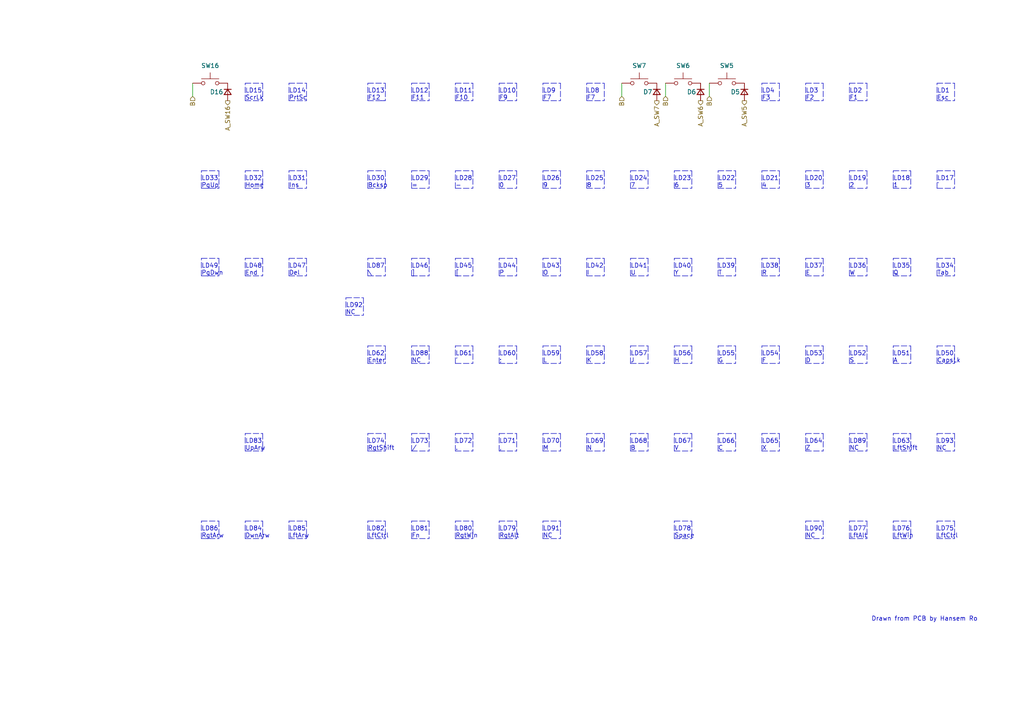
<source format=kicad_sch>
(kicad_sch (version 20211123) (generator eeschema)
  (paper "A4")
  (lib_symbols
    (symbol "Device:D_Small" (pin_numbers hide) (pin_names (offset 0.254) hide)
      (property "Reference" "D" (at -1.27 2.032 0))
      (property "Value" "D_Small" (at -3.81 -2.032 0))
      (symbol "D_Small_0_1"
        (polyline (pts (xy -0.762 -1.016) (xy -0.762 1.016)) (stroke (width 0.254)))
        (polyline (pts (xy -0.762 0) (xy 0.762 0)))
        (polyline (pts (xy 0.762 -1.016) (xy -0.762 0) (xy 0.762 1.016) (xy 0.762 -1.016)) (stroke (width 0.254)))
      )
      (symbol "D_Small_1_1"
        (pin passive line (at -2.54 0 0) (length 1.778) (name "K") (number "1"))
        (pin passive line (at 2.54 0 180) (length 1.778) (name "A") (number "2"))
      )
    )
    (symbol "Switch:SW_Push" (pin_numbers hide) (pin_names (offset 1.016) hide)
      (property "Reference" "SW" (at 1.27 2.54 0))
      (property "Value" "SW_Push" (at 0 -1.524 0))
      (symbol "SW_Push_0_1"
        (circle (center -2.032 0) (radius 0.508))
        (polyline (pts (xy 0 1.27) (xy 0 3.048)))
        (polyline (pts (xy 2.54 1.27) (xy -2.54 1.27)))
        (circle (center 2.032 0) (radius 0.508))
        (pin passive line (at -5.08 0 0) (length 2.54) (name "1") (number "1"))
        (pin passive line (at 5.08 0 180) (length 2.54) (name "2") (number "2"))
      )
    )
  )
  (polyline (pts (xy 226.06 125.73) (xy 226.06 130.81)))
  (polyline (pts (xy 119.38 156.21) (xy 124.46 156.21)))
  (polyline (pts (xy 276.86 151.13) (xy 276.86 156.21)))
  (polyline (pts (xy 271.78 151.13) (xy 276.86 151.13)))
  (polyline (pts (xy 259.08 49.53) (xy 264.16 49.53)))
  (polyline (pts (xy 220.98 24.13) (xy 226.06 24.13)))
  (polyline (pts (xy 226.06 49.53) (xy 226.06 54.61)))
  (polyline (pts (xy 187.96 100.33) (xy 187.96 105.41)))
  (polyline (pts (xy 271.78 80.01) (xy 276.86 80.01)))
  (polyline (pts (xy 157.48 151.13) (xy 162.56 151.13)))
  (polyline (pts (xy 83.82 54.61) (xy 83.82 49.53)))
  (polyline (pts (xy 170.18 130.81) (xy 175.26 130.81)))
  (polyline (pts (xy 175.26 49.53) (xy 175.26 54.61)))
  (polyline (pts (xy 259.08 105.41) (xy 264.16 105.41)))
  (polyline (pts (xy 264.16 151.13) (xy 264.16 156.21)))
  (polyline (pts (xy 106.68 125.73) (xy 111.76 125.73)))
  (polyline (pts (xy 233.68 54.61) (xy 238.76 54.61)))
  (polyline (pts (xy 119.38 80.01) (xy 124.46 80.01)))
  (polyline (pts (xy 259.08 80.01) (xy 264.16 80.01)))
  (polyline (pts (xy 271.78 80.01) (xy 271.78 74.93)))
  (polyline (pts (xy 106.68 105.41) (xy 111.76 105.41)))
  (polyline (pts (xy 132.08 100.33) (xy 137.16 100.33)))
  (polyline (pts (xy 157.48 54.61) (xy 157.48 49.53)))
  (polyline (pts (xy 195.58 125.73) (xy 200.66 125.73)))
  (polyline (pts (xy 200.66 49.53) (xy 200.66 54.61)))
  (polyline (pts (xy 137.16 24.13) (xy 137.16 29.21)))
  (polyline (pts (xy 195.58 80.01) (xy 195.58 74.93)))
  (polyline (pts (xy 195.58 105.41) (xy 200.66 105.41)))
  (polyline (pts (xy 119.38 151.13) (xy 124.46 151.13)))
  (polyline (pts (xy 208.28 105.41) (xy 213.36 105.41)))
  (polyline (pts (xy 170.18 29.21) (xy 170.18 24.13)))
  (polyline (pts (xy 246.38 80.01) (xy 251.46 80.01)))
  (polyline (pts (xy 157.48 24.13) (xy 162.56 24.13)))
  (polyline (pts (xy 132.08 24.13) (xy 137.16 24.13)))
  (polyline (pts (xy 220.98 49.53) (xy 226.06 49.53)))
  (polyline (pts (xy 144.78 130.81) (xy 149.86 130.81)))
  (polyline (pts (xy 208.28 130.81) (xy 213.36 130.81)))
  (polyline (pts (xy 195.58 54.61) (xy 195.58 49.53)))
  (polyline (pts (xy 170.18 29.21) (xy 175.26 29.21)))
  (polyline (pts (xy 195.58 130.81) (xy 195.58 125.73)))
  (polyline (pts (xy 132.08 105.41) (xy 137.16 105.41)))
  (polyline (pts (xy 182.88 54.61) (xy 182.88 49.53)))
  (polyline (pts (xy 246.38 49.53) (xy 251.46 49.53)))
  (polyline (pts (xy 170.18 105.41) (xy 175.26 105.41)))
  (polyline (pts (xy 182.88 105.41) (xy 187.96 105.41)))
  (polyline (pts (xy 144.78 80.01) (xy 149.86 80.01)))
  (polyline (pts (xy 157.48 130.81) (xy 157.48 125.73)))
  (polyline (pts (xy 271.78 24.13) (xy 276.86 24.13)))
  (polyline (pts (xy 88.9 74.93) (xy 88.9 80.01)))
  (polyline (pts (xy 170.18 54.61) (xy 170.18 49.53)))
  (polyline (pts (xy 149.86 49.53) (xy 149.86 54.61)))
  (polyline (pts (xy 251.46 125.73) (xy 251.46 130.81)))
  (polyline (pts (xy 233.68 151.13) (xy 238.76 151.13)))
  (polyline (pts (xy 208.28 130.81) (xy 208.28 125.73)))
  (polyline (pts (xy 106.68 54.61) (xy 106.68 49.53)))
  (polyline (pts (xy 271.78 105.41) (xy 276.86 105.41)))
  (polyline (pts (xy 195.58 130.81) (xy 200.66 130.81)))
  (polyline (pts (xy 132.08 74.93) (xy 137.16 74.93)))
  (polyline (pts (xy 233.68 49.53) (xy 238.76 49.53)))
  (polyline (pts (xy 144.78 80.01) (xy 144.78 74.93)))
  (polyline (pts (xy 106.68 29.21) (xy 106.68 24.13)))
  (polyline (pts (xy 276.86 24.13) (xy 276.86 29.21)))
  (polyline (pts (xy 246.38 54.61) (xy 251.46 54.61)))
  (polyline (pts (xy 88.9 24.13) (xy 88.9 29.21)))
  (polyline (pts (xy 233.68 29.21) (xy 238.76 29.21)))
  (wire (pts (xy 180.34 24.13) (xy 180.34 27.94)))
  (polyline (pts (xy 213.36 125.73) (xy 213.36 130.81)))
  (polyline (pts (xy 233.68 54.61) (xy 233.68 49.53)))
  (polyline (pts (xy 58.42 151.13) (xy 63.5 151.13)))
  (polyline (pts (xy 76.2 125.73) (xy 76.2 130.81)))
  (polyline (pts (xy 137.16 74.93) (xy 137.16 80.01)))
  (polyline (pts (xy 71.12 54.61) (xy 76.2 54.61)))
  (polyline (pts (xy 213.36 49.53) (xy 213.36 54.61)))
  (polyline (pts (xy 233.68 74.93) (xy 238.76 74.93)))
  (polyline (pts (xy 259.08 130.81) (xy 259.08 125.73)))
  (polyline (pts (xy 220.98 105.41) (xy 220.98 100.33)))
  (polyline (pts (xy 124.46 125.73) (xy 124.46 130.81)))
  (polyline (pts (xy 106.68 80.01) (xy 106.68 74.93)))
  (polyline (pts (xy 124.46 74.93) (xy 124.46 80.01)))
  (polyline (pts (xy 105.41 86.36) (xy 105.41 91.44)))
  (polyline (pts (xy 259.08 156.21) (xy 259.08 151.13)))
  (polyline (pts (xy 200.66 125.73) (xy 200.66 130.81)))
  (polyline (pts (xy 88.9 49.53) (xy 88.9 54.61)))
  (polyline (pts (xy 238.76 151.13) (xy 238.76 156.21)))
  (polyline (pts (xy 157.48 105.41) (xy 162.56 105.41)))
  (polyline (pts (xy 246.38 29.21) (xy 251.46 29.21)))
  (polyline (pts (xy 220.98 105.41) (xy 226.06 105.41)))
  (polyline (pts (xy 246.38 105.41) (xy 251.46 105.41)))
  (polyline (pts (xy 100.33 86.36) (xy 105.41 86.36)))
  (polyline (pts (xy 271.78 130.81) (xy 271.78 125.73)))
  (polyline (pts (xy 132.08 130.81) (xy 132.08 125.73)))
  (polyline (pts (xy 111.76 24.13) (xy 111.76 29.21)))
  (polyline (pts (xy 170.18 130.81) (xy 170.18 125.73)))
  (polyline (pts (xy 238.76 74.93) (xy 238.76 80.01)))
  (polyline (pts (xy 106.68 80.01) (xy 111.76 80.01)))
  (polyline (pts (xy 144.78 54.61) (xy 149.86 54.61)))
  (polyline (pts (xy 271.78 54.61) (xy 276.86 54.61)))
  (polyline (pts (xy 124.46 24.13) (xy 124.46 29.21)))
  (polyline (pts (xy 124.46 49.53) (xy 124.46 54.61)))
  (polyline (pts (xy 71.12 125.73) (xy 76.2 125.73)))
  (polyline (pts (xy 76.2 74.93) (xy 76.2 80.01)))
  (polyline (pts (xy 157.48 156.21) (xy 162.56 156.21)))
  (polyline (pts (xy 208.28 49.53) (xy 213.36 49.53)))
  (polyline (pts (xy 162.56 49.53) (xy 162.56 54.61)))
  (polyline (pts (xy 76.2 24.13) (xy 76.2 29.21)))
  (polyline (pts (xy 132.08 54.61) (xy 132.08 49.53)))
  (polyline (pts (xy 144.78 49.53) (xy 149.86 49.53)))
  (polyline (pts (xy 276.86 74.93) (xy 276.86 80.01)))
  (polyline (pts (xy 187.96 74.93) (xy 187.96 80.01)))
  (polyline (pts (xy 132.08 49.53) (xy 137.16 49.53)))
  (polyline (pts (xy 83.82 151.13) (xy 88.9 151.13)))
  (polyline (pts (xy 251.46 74.93) (xy 251.46 80.01)))
  (polyline (pts (xy 149.86 74.93) (xy 149.86 80.01)))
  (polyline (pts (xy 200.66 74.93) (xy 200.66 80.01)))
  (polyline (pts (xy 71.12 130.81) (xy 76.2 130.81)))
  (polyline (pts (xy 119.38 100.33) (xy 124.46 100.33)))
  (polyline (pts (xy 111.76 29.21) (xy 110.49 29.21)))
  (polyline (pts (xy 71.12 49.53) (xy 76.2 49.53)))
  (polyline (pts (xy 58.42 74.93) (xy 63.5 74.93)))
  (polyline (pts (xy 71.12 156.21) (xy 76.2 156.21)))
  (polyline (pts (xy 195.58 156.21) (xy 195.58 151.13)))
  (polyline (pts (xy 208.28 74.93) (xy 213.36 74.93)))
  (polyline (pts (xy 246.38 156.21) (xy 246.38 151.13)))
  (polyline (pts (xy 170.18 100.33) (xy 175.26 100.33)))
  (polyline (pts (xy 233.68 80.01) (xy 233.68 74.93)))
  (polyline (pts (xy 157.48 29.21) (xy 157.48 24.13)))
  (polyline (pts (xy 182.88 74.93) (xy 187.96 74.93)))
  (polyline (pts (xy 83.82 156.21) (xy 88.9 156.21)))
  (polyline (pts (xy 233.68 125.73) (xy 238.76 125.73)))
  (polyline (pts (xy 246.38 74.93) (xy 251.46 74.93)))
  (polyline (pts (xy 195.58 74.93) (xy 200.66 74.93)))
  (polyline (pts (xy 106.68 105.41) (xy 106.68 100.33)))
  (polyline (pts (xy 220.98 80.01) (xy 220.98 74.93)))
  (polyline (pts (xy 132.08 29.21) (xy 132.08 24.13)))
  (polyline (pts (xy 111.76 74.93) (xy 111.76 80.01)))
  (polyline (pts (xy 271.78 74.93) (xy 276.86 74.93)))
  (polyline (pts (xy 132.08 130.81) (xy 137.16 130.81)))
  (polyline (pts (xy 195.58 49.53) (xy 200.66 49.53)))
  (wire (pts (xy 55.88 24.13) (xy 55.88 27.94)))
  (polyline (pts (xy 175.26 74.93) (xy 175.26 80.01)))
  (polyline (pts (xy 170.18 80.01) (xy 175.26 80.01)))
  (polyline (pts (xy 71.12 29.21) (xy 71.12 24.13)))
  (polyline (pts (xy 246.38 125.73) (xy 251.46 125.73)))
  (polyline (pts (xy 106.68 151.13) (xy 111.76 151.13)))
  (polyline (pts (xy 106.68 156.21) (xy 111.76 156.21)))
  (polyline (pts (xy 137.16 151.13) (xy 137.16 156.21)))
  (polyline (pts (xy 157.48 80.01) (xy 162.56 80.01)))
  (polyline (pts (xy 271.78 100.33) (xy 276.86 100.33)))
  (polyline (pts (xy 71.12 54.61) (xy 71.12 49.53)))
  (polyline (pts (xy 208.28 80.01) (xy 208.28 74.93)))
  (polyline (pts (xy 119.38 105.41) (xy 119.38 100.33)))
  (polyline (pts (xy 226.06 100.33) (xy 226.06 105.41)))
  (polyline (pts (xy 83.82 74.93) (xy 88.9 74.93)))
  (polyline (pts (xy 157.48 29.21) (xy 162.56 29.21)))
  (polyline (pts (xy 182.88 130.81) (xy 187.96 130.81)))
  (polyline (pts (xy 238.76 125.73) (xy 238.76 130.81)))
  (polyline (pts (xy 170.18 24.13) (xy 175.26 24.13)))
  (polyline (pts (xy 170.18 54.61) (xy 175.26 54.61)))
  (polyline (pts (xy 233.68 100.33) (xy 238.76 100.33)))
  (polyline (pts (xy 200.66 151.13) (xy 200.66 156.21)))
  (polyline (pts (xy 157.48 125.73) (xy 162.56 125.73)))
  (polyline (pts (xy 144.78 29.21) (xy 149.86 29.21)))
  (polyline (pts (xy 271.78 54.61) (xy 271.78 49.53)))
  (polyline (pts (xy 88.9 151.13) (xy 88.9 156.21)))
  (polyline (pts (xy 83.82 54.61) (xy 88.9 54.61)))
  (polyline (pts (xy 170.18 125.73) (xy 175.26 125.73)))
  (polyline (pts (xy 271.78 156.21) (xy 271.78 151.13)))
  (polyline (pts (xy 58.42 49.53) (xy 63.5 49.53)))
  (polyline (pts (xy 271.78 29.21) (xy 276.86 29.21)))
  (polyline (pts (xy 106.68 130.81) (xy 111.76 130.81)))
  (polyline (pts (xy 63.5 151.13) (xy 63.5 156.21)))
  (polyline (pts (xy 246.38 130.81) (xy 246.38 125.73)))
  (polyline (pts (xy 251.46 49.53) (xy 251.46 54.61)))
  (polyline (pts (xy 71.12 29.21) (xy 76.2 29.21)))
  (polyline (pts (xy 246.38 130.81) (xy 251.46 130.81)))
  (polyline (pts (xy 200.66 100.33) (xy 200.66 105.41)))
  (polyline (pts (xy 187.96 125.73) (xy 187.96 130.81)))
  (polyline (pts (xy 271.78 130.81) (xy 276.86 130.81)))
  (polyline (pts (xy 233.68 156.21) (xy 233.68 151.13)))
  (polyline (pts (xy 220.98 54.61) (xy 220.98 49.53)))
  (polyline (pts (xy 162.56 151.13) (xy 162.56 156.21)))
  (polyline (pts (xy 63.5 74.93) (xy 63.5 80.01)))
  (polyline (pts (xy 182.88 125.73) (xy 187.96 125.73)))
  (polyline (pts (xy 271.78 29.21) (xy 271.78 24.13)))
  (polyline (pts (xy 132.08 151.13) (xy 137.16 151.13)))
  (polyline (pts (xy 149.86 24.13) (xy 149.86 29.21)))
  (polyline (pts (xy 124.46 151.13) (xy 124.46 156.21)))
  (polyline (pts (xy 58.42 80.01) (xy 58.42 74.93)))
  (polyline (pts (xy 182.88 49.53) (xy 187.96 49.53)))
  (polyline (pts (xy 58.42 54.61) (xy 58.42 49.53)))
  (polyline (pts (xy 157.48 49.53) (xy 162.56 49.53)))
  (polyline (pts (xy 195.58 156.21) (xy 200.66 156.21)))
  (polyline (pts (xy 220.98 74.93) (xy 226.06 74.93)))
  (wire (pts (xy 205.74 24.13) (xy 205.74 27.94)))
  (polyline (pts (xy 83.82 80.01) (xy 88.9 80.01)))
  (polyline (pts (xy 220.98 125.73) (xy 226.06 125.73)))
  (polyline (pts (xy 195.58 54.61) (xy 200.66 54.61)))
  (polyline (pts (xy 137.16 100.33) (xy 137.16 105.41)))
  (polyline (pts (xy 106.68 156.21) (xy 106.68 151.13)))
  (polyline (pts (xy 58.42 156.21) (xy 63.5 156.21)))
  (polyline (pts (xy 233.68 80.01) (xy 238.76 80.01)))
  (polyline (pts (xy 259.08 125.73) (xy 264.16 125.73)))
  (polyline (pts (xy 132.08 80.01) (xy 137.16 80.01)))
  (polyline (pts (xy 182.88 54.61) (xy 187.96 54.61)))
  (polyline (pts (xy 71.12 24.13) (xy 76.2 24.13)))
  (polyline (pts (xy 157.48 54.61) (xy 162.56 54.61)))
  (polyline (pts (xy 162.56 74.93) (xy 162.56 80.01)))
  (polyline (pts (xy 124.46 100.33) (xy 124.46 105.41)))
  (polyline (pts (xy 246.38 80.01) (xy 246.38 74.93)))
  (polyline (pts (xy 220.98 29.21) (xy 220.98 24.13)))
  (polyline (pts (xy 182.88 80.01) (xy 187.96 80.01)))
  (polyline (pts (xy 157.48 100.33) (xy 162.56 100.33)))
  (polyline (pts (xy 182.88 100.33) (xy 187.96 100.33)))
  (polyline (pts (xy 195.58 100.33) (xy 200.66 100.33)))
  (polyline (pts (xy 162.56 125.73) (xy 162.56 130.81)))
  (polyline (pts (xy 264.16 100.33) (xy 264.16 105.41)))
  (polyline (pts (xy 106.68 74.93) (xy 111.76 74.93)))
  (polyline (pts (xy 144.78 156.21) (xy 144.78 151.13)))
  (polyline (pts (xy 233.68 29.21) (xy 233.68 24.13)))
  (polyline (pts (xy 246.38 105.41) (xy 246.38 100.33)))
  (polyline (pts (xy 71.12 80.01) (xy 71.12 74.93)))
  (polyline (pts (xy 208.28 125.73) (xy 213.36 125.73)))
  (polyline (pts (xy 106.68 49.53) (xy 111.76 49.53)))
  (polyline (pts (xy 271.78 105.41) (xy 271.78 100.33)))
  (polyline (pts (xy 264.16 74.93) (xy 264.16 80.01)))
  (polyline (pts (xy 106.68 29.21) (xy 111.76 29.21)))
  (polyline (pts (xy 144.78 130.81) (xy 144.78 125.73)))
  (polyline (pts (xy 106.68 54.61) (xy 111.76 54.61)))
  (polyline (pts (xy 76.2 49.53) (xy 76.2 54.61)))
  (polyline (pts (xy 233.68 130.81) (xy 233.68 125.73)))
  (polyline (pts (xy 132.08 156.21) (xy 132.08 151.13)))
  (polyline (pts (xy 238.76 24.13) (xy 238.76 29.21)))
  (polyline (pts (xy 58.42 54.61) (xy 63.5 54.61)))
  (polyline (pts (xy 144.78 156.21) (xy 149.86 156.21)))
  (polyline (pts (xy 238.76 49.53) (xy 238.76 54.61)))
  (polyline (pts (xy 119.38 24.13) (xy 124.46 24.13)))
  (polyline (pts (xy 259.08 130.81) (xy 264.16 130.81)))
  (polyline (pts (xy 271.78 156.21) (xy 276.86 156.21)))
  (polyline (pts (xy 144.78 24.13) (xy 149.86 24.13)))
  (polyline (pts (xy 259.08 151.13) (xy 264.16 151.13)))
  (polyline (pts (xy 220.98 80.01) (xy 226.06 80.01)))
  (polyline (pts (xy 76.2 151.13) (xy 76.2 156.21)))
  (polyline (pts (xy 259.08 54.61) (xy 264.16 54.61)))
  (polyline (pts (xy 144.78 54.61) (xy 144.78 49.53)))
  (polyline (pts (xy 220.98 100.33) (xy 226.06 100.33)))
  (polyline (pts (xy 157.48 74.93) (xy 162.56 74.93)))
  (polyline (pts (xy 195.58 80.01) (xy 200.66 80.01)))
  (polyline (pts (xy 119.38 29.21) (xy 119.38 24.13)))
  (polyline (pts (xy 119.38 54.61) (xy 124.46 54.61)))
  (polyline (pts (xy 137.16 125.73) (xy 137.16 130.81)))
  (wire (pts (xy 193.04 24.13) (xy 193.04 27.94)))
  (polyline (pts (xy 246.38 156.21) (xy 251.46 156.21)))
  (polyline (pts (xy 119.38 54.61) (xy 119.38 49.53)))
  (polyline (pts (xy 83.82 156.21) (xy 83.82 151.13)))
  (polyline (pts (xy 111.76 100.33) (xy 111.76 105.41)))
  (polyline (pts (xy 251.46 100.33) (xy 251.46 105.41)))
  (polyline (pts (xy 157.48 80.01) (xy 157.48 74.93)))
  (polyline (pts (xy 83.82 49.53) (xy 88.9 49.53)))
  (polyline (pts (xy 233.68 24.13) (xy 238.76 24.13)))
  (polyline (pts (xy 111.76 49.53) (xy 111.76 54.61)))
  (polyline (pts (xy 246.38 151.13) (xy 251.46 151.13)))
  (polyline (pts (xy 259.08 80.01) (xy 259.08 74.93)))
  (polyline (pts (xy 233.68 105.41) (xy 233.68 100.33)))
  (polyline (pts (xy 58.42 80.01) (xy 63.5 80.01)))
  (polyline (pts (xy 132.08 156.21) (xy 137.16 156.21)))
  (polyline (pts (xy 162.56 100.33) (xy 162.56 105.41)))
  (polyline (pts (xy 144.78 100.33) (xy 149.86 100.33)))
  (polyline (pts (xy 175.26 100.33) (xy 175.26 105.41)))
  (polyline (pts (xy 144.78 105.41) (xy 149.86 105.41)))
  (polyline (pts (xy 119.38 74.93) (xy 124.46 74.93)))
  (polyline (pts (xy 144.78 125.73) (xy 149.86 125.73)))
  (polyline (pts (xy 182.88 80.01) (xy 182.88 74.93)))
  (polyline (pts (xy 246.38 24.13) (xy 251.46 24.13)))
  (polyline (pts (xy 246.38 54.61) (xy 246.38 49.53)))
  (polyline (pts (xy 276.86 100.33) (xy 276.86 105.41)))
  (polyline (pts (xy 213.36 100.33) (xy 213.36 105.41)))
  (polyline (pts (xy 149.86 151.13) (xy 149.86 156.21)))
  (polyline (pts (xy 170.18 80.01) (xy 170.18 74.93)))
  (polyline (pts (xy 119.38 156.21) (xy 119.38 151.13)))
  (polyline (pts (xy 271.78 125.73) (xy 276.86 125.73)))
  (polyline (pts (xy 208.28 54.61) (xy 213.36 54.61)))
  (polyline (pts (xy 83.82 29.21) (xy 83.82 24.13)))
  (polyline (pts (xy 157.48 130.81) (xy 162.56 130.81)))
  (polyline (pts (xy 195.58 151.13) (xy 200.66 151.13)))
  (polyline (pts (xy 175.26 125.73) (xy 175.26 130.81)))
  (polyline (pts (xy 220.98 130.81) (xy 226.06 130.81)))
  (polyline (pts (xy 71.12 151.13) (xy 76.2 151.13)))
  (polyline (pts (xy 182.88 130.81) (xy 182.88 125.73)))
  (polyline (pts (xy 220.98 29.21) (xy 226.06 29.21)))
  (polyline (pts (xy 132.08 54.61) (xy 137.16 54.61)))
  (polyline (pts (xy 170.18 74.93) (xy 175.26 74.93)))
  (polyline (pts (xy 144.78 105.41) (xy 144.78 100.33)))
  (polyline (pts (xy 119.38 29.21) (xy 124.46 29.21)))
  (polyline (pts (xy 132.08 125.73) (xy 137.16 125.73)))
  (polyline (pts (xy 259.08 100.33) (xy 264.16 100.33)))
  (polyline (pts (xy 106.68 100.33) (xy 111.76 100.33)))
  (polyline (pts (xy 144.78 151.13) (xy 149.86 151.13)))
  (polyline (pts (xy 119.38 130.81) (xy 124.46 130.81)))
  (polyline (pts (xy 119.38 125.73) (xy 124.46 125.73)))
  (polyline (pts (xy 111.76 151.13) (xy 111.76 156.21)))
  (polyline (pts (xy 233.68 130.81) (xy 238.76 130.81)))
  (polyline (pts (xy 259.08 54.61) (xy 259.08 49.53)))
  (polyline (pts (xy 157.48 156.21) (xy 157.48 151.13)))
  (polyline (pts (xy 251.46 24.13) (xy 251.46 29.21)))
  (polyline (pts (xy 187.96 49.53) (xy 187.96 54.61)))
  (polyline (pts (xy 246.38 29.21) (xy 246.38 24.13)))
  (polyline (pts (xy 132.08 105.41) (xy 132.08 100.33)))
  (polyline (pts (xy 119.38 49.53) (xy 124.46 49.53)))
  (polyline (pts (xy 71.12 156.21) (xy 71.12 151.13)))
  (polyline (pts (xy 226.06 24.13) (xy 226.06 29.21)))
  (polyline (pts (xy 259.08 156.21) (xy 264.16 156.21)))
  (polyline (pts (xy 220.98 130.81) (xy 220.98 125.73)))
  (polyline (pts (xy 238.76 100.33) (xy 238.76 105.41)))
  (polyline (pts (xy 119.38 105.41) (xy 124.46 105.41)))
  (polyline (pts (xy 264.16 125.73) (xy 264.16 130.81)))
  (polyline (pts (xy 233.68 105.41) (xy 238.76 105.41)))
  (polyline (pts (xy 208.28 100.33) (xy 213.36 100.33)))
  (polyline (pts (xy 71.12 74.93) (xy 76.2 74.93)))
  (polyline (pts (xy 251.46 151.13) (xy 251.46 156.21)))
  (polyline (pts (xy 71.12 130.81) (xy 71.12 125.73)))
  (polyline (pts (xy 83.82 80.01) (xy 83.82 74.93)))
  (polyline (pts (xy 119.38 80.01) (xy 119.38 74.93)))
  (polyline (pts (xy 276.86 49.53) (xy 276.86 54.61)))
  (polyline (pts (xy 119.38 130.81) (xy 119.38 125.73)))
  (polyline (pts (xy 132.08 80.01) (xy 132.08 74.93)))
  (polyline (pts (xy 195.58 105.41) (xy 195.58 100.33)))
  (polyline (pts (xy 259.08 74.93) (xy 264.16 74.93)))
  (polyline (pts (xy 83.82 29.21) (xy 88.9 29.21)))
  (polyline (pts (xy 100.33 91.44) (xy 100.33 86.36)))
  (polyline (pts (xy 58.42 156.21) (xy 58.42 151.13)))
  (polyline (pts (xy 106.68 130.81) (xy 106.68 125.73)))
  (polyline (pts (xy 157.48 105.41) (xy 157.48 100.33)))
  (polyline (pts (xy 233.68 156.21) (xy 238.76 156.21)))
  (polyline (pts (xy 175.26 24.13) (xy 175.26 29.21)))
  (polyline (pts (xy 220.98 54.61) (xy 226.06 54.61)))
  (polyline (pts (xy 208.28 80.01) (xy 213.36 80.01)))
  (polyline (pts (xy 246.38 100.33) (xy 251.46 100.33)))
  (polyline (pts (xy 149.86 125.73) (xy 149.86 130.81)))
  (polyline (pts (xy 208.28 54.61) (xy 208.28 49.53)))
  (polyline (pts (xy 271.78 49.53) (xy 276.86 49.53)))
  (polyline (pts (xy 83.82 24.13) (xy 88.9 24.13)))
  (polyline (pts (xy 149.86 100.33) (xy 149.86 105.41)))
  (polyline (pts (xy 170.18 105.41) (xy 170.18 100.33)))
  (polyline (pts (xy 63.5 49.53) (xy 63.5 54.61)))
  (polyline (pts (xy 226.06 74.93) (xy 226.06 80.01)))
  (polyline (pts (xy 100.33 91.44) (xy 105.41 91.44)))
  (polyline (pts (xy 111.76 125.73) (xy 111.76 130.81)))
  (polyline (pts (xy 162.56 24.13) (xy 162.56 29.21)))
  (polyline (pts (xy 137.16 49.53) (xy 137.16 54.61)))
  (polyline (pts (xy 144.78 29.21) (xy 144.78 24.13)))
  (polyline (pts (xy 259.08 105.41) (xy 259.08 100.33)))
  (polyline (pts (xy 106.68 24.13) (xy 111.76 24.13)))
  (polyline (pts (xy 170.18 49.53) (xy 175.26 49.53)))
  (polyline (pts (xy 182.88 105.41) (xy 182.88 100.33)))
  (polyline (pts (xy 276.86 125.73) (xy 276.86 130.81)))
  (polyline (pts (xy 132.08 29.21) (xy 137.16 29.21)))
  (polyline (pts (xy 264.16 49.53) (xy 264.16 54.61)))
  (polyline (pts (xy 144.78 74.93) (xy 149.86 74.93)))
  (polyline (pts (xy 213.36 74.93) (xy 213.36 80.01)))
  (polyline (pts (xy 71.12 80.01) (xy 76.2 80.01)))
  (polyline (pts (xy 208.28 105.41) (xy 208.28 100.33)))
  (text "LD31\nIns" (at 83.82 54.61 0) (effects (font (size 1.27 1.27)) (justify left bottom)))
  (text "LD13\nF12" (at 106.68 29.21 0) (effects (font (size 1.27 1.27)) (justify left bottom)))
  (text "LD20\n3" (at 233.68 54.61 0) (effects (font (size 1.27 1.27)) (justify left bottom)))
  (text "LD67\nV" (at 195.58 130.81 0) (effects (font (size 1.27 1.27)) (justify left bottom)))
  (text "LD73\n/" (at 119.38 130.81 0) (effects (font (size 1.27 1.27)) (justify left bottom)))
  (text "LD55\nG" (at 208.28 105.41 0) (effects (font (size 1.27 1.27)) (justify left bottom)))
  (text "LD88\nNC" (at 119.38 105.41 0) (effects (font (size 1.27 1.27)) (justify left bottom)))
  (text "LD65\nX" (at 220.98 130.81 0) (effects (font (size 1.27 1.27)) (justify left bottom)))
  (text "LD32\nHome" (at 71.12 54.61 0) (effects (font (size 1.27 1.27)) (justify left bottom)))
  (text "LD54\nF" (at 220.98 105.41 0) (effects (font (size 1.27 1.27)) (justify left bottom)))
  (text "LD10\nF9" (at 144.78 29.21 0) (effects (font (size 1.27 1.27)) (justify left bottom)))
  (text "Drawn from PCB by Hansem Ro" (at 252.73 180.34 0) (effects (font (size 1.27 1.27)) (justify left bottom)))
  (text "LD64\nZ" (at 233.68 130.81 0) (effects (font (size 1.27 1.27)) (justify left bottom)))
  (text "LD87\n\\" (at 106.68 80.01 0) (effects (font (size 1.27 1.27)) (justify left bottom)))
  (text "LD27\n0" (at 144.78 54.61 0) (effects (font (size 1.27 1.27)) (justify left bottom)))
  (text "LD66\nC" (at 208.28 130.81 0) (effects (font (size 1.27 1.27)) (justify left bottom)))
  (text "LD56\nH" (at 195.58 105.41 0) (effects (font (size 1.27 1.27)) (justify left bottom)))
  (text "LD11\nF10" (at 132.08 29.21 0) (effects (font (size 1.27 1.27)) (justify left bottom)))
  (text "LD19\n2" (at 246.38 54.61 0) (effects (font (size 1.27 1.27)) (justify left bottom)))
  (text "LD58\nK" (at 170.18 105.41 0) (effects (font (size 1.27 1.27)) (justify left bottom)))
  (text "LD60\n;" (at 144.78 105.41 0) (effects (font (size 1.27 1.27)) (justify left bottom)))
  (text "LD79\nRgtAlt" (at 144.78 156.21 0) (effects (font (size 1.27 1.27)) (justify left bottom)))
  (text "LD30\nBcksp" (at 106.68 54.61 0) (effects (font (size 1.27 1.27)) (justify left bottom)))
  (text "LD24\n7" (at 182.88 54.61 0) (effects (font (size 1.27 1.27)) (justify left bottom)))
  (text "LD36\nW" (at 246.38 80.01 0) (effects (font (size 1.27 1.27)) (justify left bottom)))
  (text "LD51\nA" (at 259.08 105.41 0) (effects (font (size 1.27 1.27)) (justify left bottom)))
  (text "LD35\nQ" (at 259.08 80.01 0) (effects (font (size 1.27 1.27)) (justify left bottom)))
  (text "LD72\n." (at 132.08 130.81 0) (effects (font (size 1.27 1.27)) (justify left bottom)))
  (text "LD4\nF3" (at 220.98 29.21 0) (effects (font (size 1.27 1.27)) (justify left bottom)))
  (text "LD15\nScrLk" (at 71.12 29.21 0) (effects (font (size 1.27 1.27)) (justify left bottom)))
  (text "LD59\nL" (at 157.48 105.41 0) (effects (font (size 1.27 1.27)) (justify left bottom)))
  (text "LD57\nJ" (at 182.88 105.41 0) (effects (font (size 1.27 1.27)) (justify left bottom)))
  (text "LD40\nY" (at 195.58 80.01 0) (effects (font (size 1.27 1.27)) (justify left bottom)))
  (text "LD74\nRgtShift" (at 106.68 130.81 0) (effects (font (size 1.27 1.27)) (justify left bottom)))
  (text "LD80\nRgtWin" (at 132.08 156.21 0) (effects (font (size 1.27 1.27)) (justify left bottom)))
  (text "LD50\nCapsLk" (at 271.78 105.41 0) (effects (font (size 1.27 1.27)) (justify left bottom)))
  (text "LD70\nM" (at 157.48 130.81 0) (effects (font (size 1.27 1.27)) (justify left bottom)))
  (text "LD38\nR" (at 220.98 80.01 0) (effects (font (size 1.27 1.27)) (justify left bottom)))
  (text "LD9\nF7" (at 157.48 29.21 0) (effects (font (size 1.27 1.27)) (justify left bottom)))
  (text "LD84\nDwnArw" (at 71.12 156.21 0) (effects (font (size 1.27 1.27)) (justify left bottom)))
  (text "LD17\n`" (at 271.78 54.61 0) (effects (font (size 1.27 1.27)) (justify left bottom)))
  (text "LD41\nU" (at 182.88 80.01 0) (effects (font (size 1.27 1.27)) (justify left bottom)))
  (text "LD68\nB" (at 182.88 130.81 0) (effects (font (size 1.27 1.27)) (justify left bottom)))
  (text "LD63\nLftShift" (at 259.08 130.81 0) (effects (font (size 1.27 1.27)) (justify left bottom)))
  (text "LD90\nNC" (at 233.68 156.21 0) (effects (font (size 1.27 1.27)) (justify left bottom)))
  (text "LD26\n9" (at 157.48 54.61 0) (effects (font (size 1.27 1.27)) (justify left bottom)))
  (text "LD42\nI" (at 170.18 80.01 0) (effects (font (size 1.27 1.27)) (justify left bottom)))
  (text "LD18\n1" (at 259.08 54.61 0) (effects (font (size 1.27 1.27)) (justify left bottom)))
  (text "LD48\nEnd" (at 71.12 80.01 0) (effects (font (size 1.27 1.27)) (justify left bottom)))
  (text "LD12\nF11" (at 119.38 29.21 0) (effects (font (size 1.27 1.27)) (justify left bottom)))
  (text "LD76\nLftWin" (at 259.08 156.21 0) (effects (font (size 1.27 1.27)) (justify left bottom)))
  (text "LD46\n]" (at 119.38 80.01 0) (effects (font (size 1.27 1.27)) (justify left bottom)))
  (text "LD86\nRgtArw" (at 58.42 156.21 0) (effects (font (size 1.27 1.27)) (justify left bottom)))
  (text "LD29\n=" (at 119.38 54.61 0) (effects (font (size 1.27 1.27)) (justify left bottom)))
  (text "LD71\n," (at 144.78 130.81 0) (effects (font (size 1.27 1.27)) (justify left bottom)))
  (text "LD37\nE" (at 233.68 80.01 0) (effects (font (size 1.27 1.27)) (justify left bottom)))
  (text "LD89\nNC" (at 246.38 130.81 0) (effects (font (size 1.27 1.27)) (justify left bottom)))
  (text "LD49\nPgDwn" (at 58.42 80.01 0) (effects (font (size 1.27 1.27)) (justify left bottom)))
  (text "LD14\nPrtSc" (at 83.82 29.21 0) (effects (font (size 1.27 1.27)) (justify left bottom)))
  (text "LD44\nP" (at 144.78 80.01 0) (effects (font (size 1.27 1.27)) (justify left bottom)))
  (text "LD21\n4" (at 220.98 54.61 0) (effects (font (size 1.27 1.27)) (justify left bottom)))
  (text "LD3\nF2" (at 233.68 29.21 0) (effects (font (size 1.27 1.27)) (justify left bottom)))
  (text "LD69\nN" (at 170.18 130.81 0) (effects (font (size 1.27 1.27)) (justify left bottom)))
  (text "LD82\nLftCtrl" (at 106.68 156.21 0) (effects (font (size 1.27 1.27)) (justify left bottom)))
  (text "LD28\n-" (at 132.08 54.61 0) (effects (font (size 1.27 1.27)) (justify left bottom)))
  (text "LD1\nEsc" (at 271.78 29.21 0) (effects (font (size 1.27 1.27)) (justify left bottom)))
  (text "LD81\nFn" (at 119.38 156.21 0) (effects (font (size 1.27 1.27)) (justify left bottom)))
  (text "LD39\nT" (at 208.28 80.01 0) (effects (font (size 1.27 1.27)) (justify left bottom)))
  (text "LD45\n[" (at 132.08 80.01 0) (effects (font (size 1.27 1.27)) (justify left bottom)))
  (text "LD93\nNC" (at 271.78 130.81 0) (effects (font (size 1.27 1.27)) (justify left bottom)))
  (text "LD43\nO" (at 157.48 80.01 0) (effects (font (size 1.27 1.27)) (justify left bottom)))
  (text "LD47\nDel" (at 83.82 80.01 0) (effects (font (size 1.27 1.27)) (justify left bottom)))
  (text "LD52\nS" (at 246.38 105.41 0) (effects (font (size 1.27 1.27)) (justify left bottom)))
  (text "LD33\nPgUp" (at 58.42 54.61 0) (effects (font (size 1.27 1.27)) (justify left bottom)))
  (text "LD2\nF1" (at 246.38 29.21 0) (effects (font (size 1.27 1.27)) (justify left bottom)))
  (text "LD91\nNC" (at 157.48 156.21 0) (effects (font (size 1.27 1.27)) (justify left bottom)))
  (text "LD83\nUpArw" (at 71.12 130.81 0) (effects (font (size 1.27 1.27)) (justify left bottom)))
  (text "LD53\nD" (at 233.68 105.41 0) (effects (font (size 1.27 1.27)) (justify left bottom)))
  (text "LD8\nF7" (at 170.18 29.21 0) (effects (font (size 1.27 1.27)) (justify left bottom)))
  (text "LD61\n'" (at 132.08 105.41 0) (effects (font (size 1.27 1.27)) (justify left bottom)))
  (text "LD85\nLftArw" (at 83.82 156.21 0) (effects (font (size 1.27 1.27)) (justify left bottom)))
  (text "LD25\n8" (at 170.18 54.61 0) (effects (font (size 1.27 1.27)) (justify left bottom)))
  (text "LD78\nSpace" (at 195.58 156.21 0) (effects (font (size 1.27 1.27)) (justify left bottom)))
  (text "LD34\nTab" (at 271.78 80.01 0) (effects (font (size 1.27 1.27)) (justify left bottom)))
  (text "LD75\nLftCtrl" (at 271.78 156.21 0) (effects (font (size 1.27 1.27)) (justify left bottom)))
  (text "LD92\nNC" (at 100.33 91.44 0) (effects (font (size 1.27 1.27)) (justify left bottom)))
  (text "LD23\n6" (at 195.58 54.61 0) (effects (font (size 1.27 1.27)) (justify left bottom)))
  (text "LD22\n5" (at 208.28 54.61 0) (effects (font (size 1.27 1.27)) (justify left bottom)))
  (text "LD77\nLftAlt" (at 246.38 156.21 0) (effects (font (size 1.27 1.27)) (justify left bottom)))
  (text "LD62\nEnter" (at 106.68 105.41 0) (effects (font (size 1.27 1.27)) (justify left bottom)))
  (hierarchical_label "B" (shape input) (at 193.04 27.94 270))
  (hierarchical_label "B" (shape input) (at 55.88 27.94 270))
  (hierarchical_label "A_SW6" (shape output) (at 203.2 29.21 270))
  (hierarchical_label "A_SW16" (shape output) (at 66.04 29.21 270))
  (hierarchical_label "A_SW7" (shape output) (at 190.5 29.21 270))
  (hierarchical_label "A_SW5" (shape output) (at 215.9 29.21 270))
  (hierarchical_label "B" (shape input) (at 205.74 27.94 270))
  (hierarchical_label "B" (shape input) (at 180.34 27.94 270))
  (symbol (lib_id "Device:D_Small") (at 203.2 26.67 270) (unit 1)
    (property "Reference" "D6" (at 201.93 26.67 90) (effects (justify right)))
  )
  (symbol (lib_id "Switch:SW_Push") (at 185.42 24.13 0) (unit 1)
    (property "Reference" "SW7" (at 185.42 19.05 0))
  )
  (symbol (lib_id "Device:D_Small") (at 190.5 26.67 270) (unit 1)
    (property "Reference" "D7" (at 189.23 26.67 90) (effects (justify right)))
  )
  (symbol (lib_id "Device:D_Small") (at 215.9 26.67 270) (unit 1)
    (property "Reference" "D5" (at 214.63 26.67 90) (effects (justify right)))
  )
  (symbol (lib_id "Switch:SW_Push") (at 60.96 24.13 0) (unit 1)
    (property "Reference" "SW16" (at 60.96 19.05 0))
  )
  (symbol (lib_id "Switch:SW_Push") (at 198.12 24.13 0) (unit 1)
    (property "Reference" "SW6" (at 198.12 19.05 0))
  )
  (symbol (lib_id "Switch:SW_Push") (at 210.82 24.13 0) (unit 1)
    (property "Reference" "SW5" (at 210.82 19.05 0))
  )
  (symbol (lib_id "Device:D_Small") (at 66.04 26.67 270) (unit 1)
    (property "Reference" "D16" (at 64.77 26.67 90) (effects (justify right)))
  )
)
</source>
